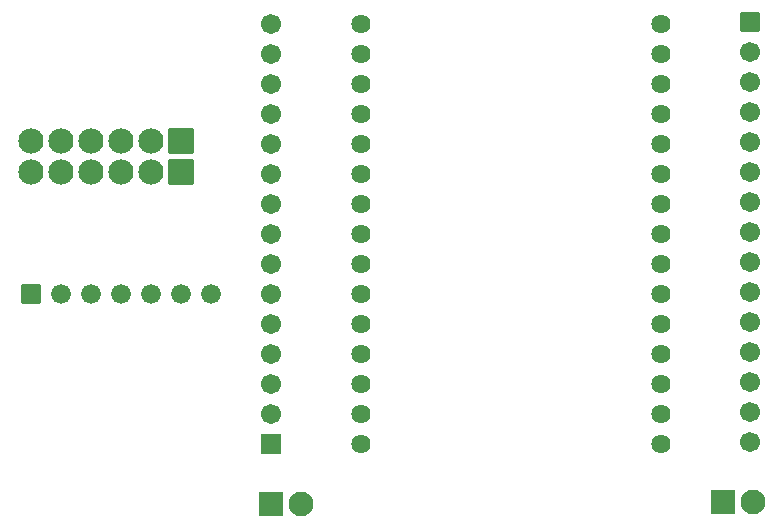
<source format=gbs>
G04 Layer: BottomSolderMaskLayer*
G04 EasyEDA v6.5.22, 2022-11-15 20:04:53*
G04 61ac71b69ff745bc879bf003c277815e,1ae14fa7f5aa486887b2aa5280da83c0,10*
G04 Gerber Generator version 0.2*
G04 Scale: 100 percent, Rotated: No, Reflected: No *
G04 Dimensions in inches *
G04 leading zeros omitted , absolute positions ,3 integer and 6 decimal *
%FSLAX36Y36*%
%MOIN*%

%AMMACRO1*1,1,$1,$2,$3*1,1,$1,$4,$5*1,1,$1,0-$2,0-$3*1,1,$1,0-$4,0-$5*20,1,$1,$2,$3,$4,$5,0*20,1,$1,$4,$5,0-$2,0-$3,0*20,1,$1,0-$2,0-$3,0-$4,0-$5,0*20,1,$1,0-$4,0-$5,$2,$3,0*4,1,4,$2,$3,$4,$5,0-$2,0-$3,0-$4,0-$5,$2,$3,0*%
%ADD10C,0.0640*%
%ADD11MACRO1,0.004X-0.031X0.031X0.031X0.031*%
%ADD12C,0.0660*%
%ADD13MACRO1,0.004X0.04X-0.04X-0.04X-0.04*%
%ADD14C,0.0840*%
%ADD15C,0.0670*%
%ADD16MACRO1,0.004X0.031X0.0315X0.031X-0.0315*%
%ADD17R,0.0660X0.0670*%
%ADD18MACRO1,0.004X-0.0394X0.0394X0.0394X0.0394*%
%ADD19C,0.0827*%

%LPD*%
D10*
G01*
X2300000Y-405000D03*
G01*
X2300000Y-505000D03*
G01*
X2300000Y-605000D03*
G01*
X2300000Y-705000D03*
G01*
X2300000Y-805000D03*
G01*
X2300000Y-905000D03*
G01*
X2300000Y-1005000D03*
G01*
X2300000Y-1105000D03*
G01*
X2300000Y-1205000D03*
G01*
X2300000Y-1305000D03*
G01*
X2300000Y-1405000D03*
G01*
X2300000Y-1505000D03*
G01*
X2300000Y-1605000D03*
G01*
X2300000Y-1705000D03*
G01*
X2300000Y-1805000D03*
G01*
X1300000Y-405000D03*
G01*
X1300000Y-505000D03*
G01*
X1300000Y-605000D03*
G01*
X1300000Y-705000D03*
G01*
X1300000Y-805000D03*
G01*
X1300000Y-905000D03*
G01*
X1300000Y-1005000D03*
G01*
X1300000Y-1105000D03*
G01*
X1300000Y-1205000D03*
G01*
X1300000Y-1305000D03*
G01*
X1300000Y-1405000D03*
G01*
X1300000Y-1505000D03*
G01*
X1300000Y-1605000D03*
G01*
X1300000Y-1705000D03*
G01*
X1300000Y-1805000D03*
D11*
G01*
X200000Y-1305000D03*
D12*
G01*
X299994Y-1304994D03*
G01*
X400000Y-1305000D03*
G01*
X499996Y-1304996D03*
G01*
X600001Y-1305001D03*
G01*
X699996Y-1304996D03*
G01*
X800001Y-1305001D03*
D13*
G01*
X700000Y-900000D03*
D14*
G01*
X600000Y-900000D03*
G01*
X500000Y-900000D03*
G01*
X400000Y-900000D03*
G01*
X300000Y-900000D03*
G01*
X200000Y-900000D03*
D15*
G01*
X2595000Y-1800000D03*
G01*
X2595000Y-1700000D03*
G01*
X2595000Y-1600000D03*
G01*
X2595000Y-1500000D03*
G01*
X2595000Y-1400000D03*
G01*
X2595000Y-1300000D03*
G01*
X2595000Y-1200000D03*
G01*
X2595000Y-1100000D03*
G01*
X2595000Y-1000000D03*
G01*
X2595000Y-900000D03*
G01*
X2595000Y-800000D03*
G01*
X2595000Y-700000D03*
G01*
X2595000Y-600000D03*
G01*
X2595000Y-500000D03*
D16*
G01*
X2595000Y-400000D03*
D15*
G01*
X1000000Y-405000D03*
G01*
X1000000Y-505000D03*
G01*
X1000000Y-605000D03*
G01*
X1000000Y-705000D03*
G01*
X1000000Y-805000D03*
G01*
X1000000Y-905000D03*
G01*
X1000000Y-1005000D03*
G01*
X1000000Y-1105000D03*
G01*
X1000000Y-1205000D03*
G01*
X1000000Y-1305000D03*
G01*
X1000000Y-1405000D03*
G01*
X1000000Y-1505000D03*
G01*
X1000000Y-1605000D03*
G01*
X1000000Y-1705000D03*
D17*
G01*
X1000000Y-1805000D03*
D18*
G01*
X1000000Y-2005000D03*
D19*
G01*
X1100000Y-2005000D03*
D13*
G01*
X700000Y-795000D03*
D14*
G01*
X600000Y-795000D03*
G01*
X500000Y-795000D03*
G01*
X400000Y-795000D03*
G01*
X300000Y-795000D03*
G01*
X200000Y-795000D03*
D18*
G01*
X2505000Y-2000000D03*
D19*
G01*
X2605000Y-2000000D03*
M02*

</source>
